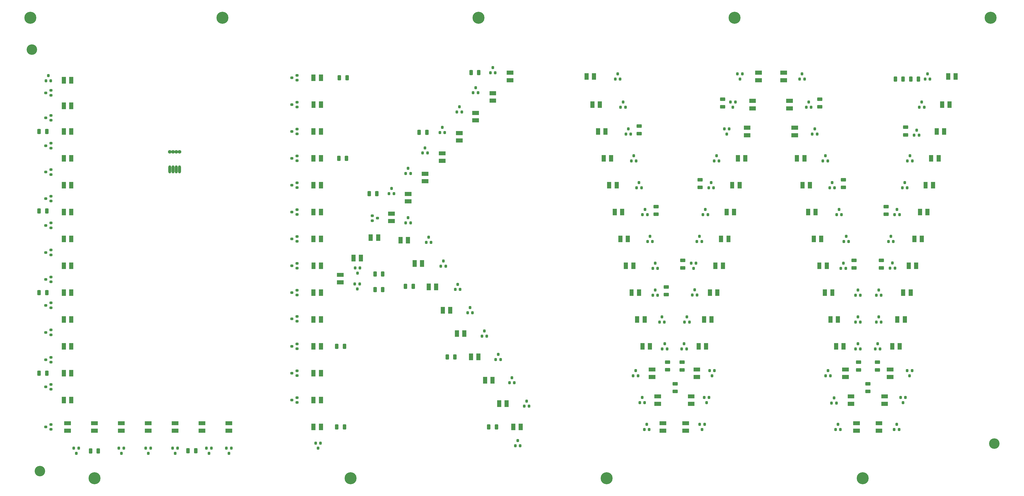
<source format=gts>
%FSTAX44Y44*%
%MOMM*%
%SFA1B1*%

%IPPOS*%
%AMD18*
4,1,8,-1.000760,0.459740,-1.000760,-0.459740,-0.784860,-0.675640,0.784860,-0.675640,1.000760,-0.459740,1.000760,0.459740,0.784860,0.675640,-0.784860,0.675640,-1.000760,0.459740,0.0*
1,1,0.430000,-0.784860,0.459740*
1,1,0.430000,-0.784860,-0.459740*
1,1,0.430000,0.784860,-0.459740*
1,1,0.430000,0.784860,0.459740*
%
%AMD19*
4,1,8,0.299720,0.551180,-0.299720,0.551180,-0.500380,0.350520,-0.500380,-0.350520,-0.299720,-0.551180,0.299720,-0.551180,0.500380,-0.350520,0.500380,0.350520,0.299720,0.551180,0.0*
1,1,0.403200,0.299720,0.350520*
1,1,0.403200,-0.299720,0.350520*
1,1,0.403200,-0.299720,-0.350520*
1,1,0.403200,0.299720,-0.350520*
%
%AMD20*
4,1,8,-0.551180,0.299720,-0.551180,-0.299720,-0.350520,-0.500380,0.350520,-0.500380,0.551180,-0.299720,0.551180,0.299720,0.350520,0.500380,-0.350520,0.500380,-0.551180,0.299720,0.0*
1,1,0.403200,-0.350520,0.299720*
1,1,0.403200,-0.350520,-0.299720*
1,1,0.403200,0.350520,-0.299720*
1,1,0.403200,0.350520,0.299720*
%
%AMD21*
4,1,8,0.459740,1.000760,-0.459740,1.000760,-0.675640,0.784860,-0.675640,-0.784860,-0.459740,-1.000760,0.459740,-1.000760,0.675640,-0.784860,0.675640,0.784860,0.459740,1.000760,0.0*
1,1,0.430000,0.459740,0.784860*
1,1,0.430000,-0.459740,0.784860*
1,1,0.430000,-0.459740,-0.784860*
1,1,0.430000,0.459740,-0.784860*
%
%ADD17C,4.099992*%
G04~CAMADD=18~8~0.0~0.0~531.5~787.4~84.6~0.0~15~0.0~0.0~0.0~0.0~0~0.0~0.0~0.0~0.0~0~0.0~0.0~0.0~90.0~788.0~532.0*
%ADD18D18*%
G04~CAMADD=19~8~0.0~0.0~395.0~434.3~79.4~0.0~15~0.0~0.0~0.0~0.0~0~0.0~0.0~0.0~0.0~0~0.0~0.0~0.0~0.0~395.0~434.3*
%ADD19D19*%
G04~CAMADD=20~8~0.0~0.0~395.0~434.3~79.4~0.0~15~0.0~0.0~0.0~0.0~0~0.0~0.0~0.0~0.0~0~0.0~0.0~0.0~90.0~434.0~394.0*
%ADD20D20*%
G04~CAMADD=21~8~0.0~0.0~531.5~787.4~84.6~0.0~15~0.0~0.0~0.0~0.0~0~0.0~0.0~0.0~0.0~0~0.0~0.0~0.0~0.0~531.5~787.4*
%ADD21D21*%
%ADD22O,1.113198X3.153194*%
%ADD23C,1.403197*%
%ADD24C,4.703191*%
%LNled_pd_lkw_wh_3000030_(4f00221l_7p00491a)-1*%
%LPD*%
G36*
X03004436Y0162677D02*
X02978436D01*
Y0164277*
X03004436*
Y0162677*
G37*
G36*
X02906565D02*
X02880564D01*
Y0164277*
X02906565*
Y0162677*
G37*
G36*
X01936043D02*
X01910043D01*
Y0164277*
X01936043*
Y0162677*
G37*
G36*
X03671064Y0160727D02*
X03655064D01*
Y0163327*
X03671064*
Y0160727*
G37*
G36*
X03642064D02*
X03626064D01*
Y0163327*
X03642064*
Y0160727*
G37*
G36*
X02258936D02*
X02242936D01*
Y0163327*
X02258936*
Y0160727*
G37*
G36*
X02229936D02*
X02213936D01*
Y0163327*
X02229936*
Y0160727*
G37*
G36*
X01192499Y01602271D02*
X01176499D01*
Y01628271*
X01192499*
Y01602271*
G37*
G36*
X01163499D02*
X01147499D01*
Y01628271*
X01163499*
Y01602271*
G37*
G36*
X03004436Y0159777D02*
X02978436D01*
Y0161377*
X03004436*
Y0159777*
G37*
G36*
X02906565D02*
X02880564D01*
Y0161377*
X02906565*
Y0159777*
G37*
G36*
X01936043D02*
X01910043D01*
Y0161377*
X01936043*
Y0159777*
G37*
G36*
X002175Y01592271D02*
X002015D01*
Y01618271*
X002175*
Y01592271*
G37*
G36*
X001885D02*
X001725D01*
Y01618271*
X001885*
Y01592271*
G37*
G36*
X01868797Y0154677D02*
X01842797D01*
Y0156277*
X01868797*
Y0154677*
G37*
G36*
Y0151777D02*
X01842797D01*
Y0153377*
X01868797*
Y0151777*
G37*
G36*
X03027306Y0151677D02*
X03001306D01*
Y0153277*
X03027306*
Y0151677*
G37*
G36*
X02883001D02*
X02857001D01*
Y0153277*
X02883001*
Y0151677*
G37*
G36*
X03647501Y0149727D02*
X036315D01*
Y0152327*
X03647501*
Y0149727*
G37*
G36*
X03618501D02*
X03602501D01*
Y0152327*
X03618501*
Y0149727*
G37*
G36*
X02281806D02*
X02265807D01*
Y0152327*
X02281806*
Y0149727*
G37*
G36*
X02252806D02*
X02236806D01*
Y0152327*
X02252806*
Y0149727*
G37*
G36*
X01192502D02*
X01176502D01*
Y0152327*
X01192502*
Y0149727*
G37*
G36*
X01163502D02*
X01147502D01*
Y0152327*
X01163502*
Y0149727*
G37*
G36*
X002175Y01492271D02*
X002015D01*
Y01518272*
X002175*
Y01492271*
G37*
G36*
X001885D02*
X001725D01*
Y01518272*
X001885*
Y01492271*
G37*
G36*
X03027306Y0148777D02*
X03001306D01*
Y0150377*
X03027306*
Y0148777*
G37*
G36*
X02883001D02*
X02857001D01*
Y0150377*
X02883001*
Y0148777*
G37*
G36*
X01801499Y01469999D02*
X01775499D01*
Y01485999*
X01801499*
Y01469999*
G37*
G36*
Y01440999D02*
X01775499D01*
Y01456999*
X01801499*
Y01440999*
G37*
G36*
X03048Y01411772D02*
X03021999D01*
Y01427772*
X03048*
Y01411772*
G37*
G36*
X02861863D02*
X02835863D01*
Y01427772*
X02861863*
Y01411772*
G37*
G36*
X0362636Y01392272D02*
X0361036D01*
Y01418272*
X0362636*
Y01392272*
G37*
G36*
X0359736D02*
X0358136D01*
Y01418272*
X0359736*
Y01392272*
G37*
G36*
X0230364D02*
X0228764D01*
Y01418272*
X0230364*
Y01392272*
G37*
G36*
X0227464D02*
X0225864D01*
Y01418272*
X0227464*
Y01392272*
G37*
G36*
X01192499D02*
X01176499D01*
Y01418272*
X01192499*
Y01392272*
G37*
G36*
X01163499D02*
X01147499D01*
Y01418272*
X01163499*
Y01392272*
G37*
G36*
X002175D02*
X002015D01*
Y01418272*
X002175*
Y01392272*
G37*
G36*
X001885D02*
X001725D01*
Y01418272*
X001885*
Y01392272*
G37*
G36*
X01737999Y01391167D02*
X01711999D01*
Y01407167*
X01737999*
Y01391167*
G37*
G36*
X03048Y01382772D02*
X03021999D01*
Y01398772*
X03048*
Y01382772*
G37*
G36*
X02861863D02*
X02835863D01*
Y01398772*
X02861863*
Y01382772*
G37*
G36*
X01737999Y01362167D02*
X01711999D01*
Y01378167*
X01737999*
Y01362167*
G37*
G36*
X01671261Y01311769D02*
X01645261D01*
Y01327769*
X01671261*
Y01311769*
G37*
G36*
X03604529Y01287272D02*
X03588529D01*
Y01313271*
X03604529*
Y01287272*
G37*
G36*
X03575529D02*
X03559529D01*
Y01313271*
X03575529*
Y01287272*
G37*
G36*
X03080471D02*
X03064471D01*
Y01313271*
X03080471*
Y01287272*
G37*
G36*
X03051471D02*
X03035471D01*
Y01313271*
X03051471*
Y01287272*
G37*
G36*
X02849529D02*
X02833529D01*
Y01313271*
X02849529*
Y01287272*
G37*
G36*
X02820529D02*
X02804529D01*
Y01313271*
X02820529*
Y01287272*
G37*
G36*
X02325471D02*
X02309471D01*
Y01313271*
X02325471*
Y01287272*
G37*
G36*
X02296471D02*
X02280471D01*
Y01313271*
X02296471*
Y01287272*
G37*
G36*
X01192499D02*
X01176499D01*
Y01313271*
X01192499*
Y01287272*
G37*
G36*
X01163499D02*
X01147499D01*
Y01313271*
X01163499*
Y01287272*
G37*
G36*
X002175D02*
X002015D01*
Y01313271*
X002175*
Y01287272*
G37*
G36*
X001885D02*
X001725D01*
Y01313271*
X001885*
Y01287272*
G37*
G36*
X01671261Y01282769D02*
X01645261D01*
Y01298769*
X01671261*
Y01282769*
G37*
G36*
X01604014Y0123177D02*
X01578014D01*
Y0124777*
X01604014*
Y0123177*
G37*
G36*
Y0120277D02*
X01578014D01*
Y0121877*
X01604014*
Y0120277*
G37*
G36*
X03582698Y0118227D02*
X03566698D01*
Y0120827*
X03582698*
Y0118227*
G37*
G36*
X03553698D02*
X03537698D01*
Y0120827*
X03553698*
Y0118227*
G37*
G36*
X03102302D02*
X03086302D01*
Y0120827*
X03102302*
Y0118227*
G37*
G36*
X03073302D02*
X03057302D01*
Y0120827*
X03073302*
Y0118227*
G37*
G36*
X028275D02*
X028115D01*
Y0120827*
X028275*
Y0118227*
G37*
G36*
X027985D02*
X027825D01*
Y0120827*
X027985*
Y0118227*
G37*
G36*
X02347303D02*
X02331303D01*
Y0120827*
X02347303*
Y0118227*
G37*
G36*
X02318303D02*
X02302303D01*
Y0120827*
X02318303*
Y0118227*
G37*
G36*
X01192499D02*
X01176499D01*
Y0120827*
X01192499*
Y0118227*
G37*
G36*
X01163499D02*
X01147499D01*
Y0120827*
X01163499*
Y0118227*
G37*
G36*
X002175D02*
X002015D01*
Y0120827*
X002175*
Y0118227*
G37*
G36*
X001885D02*
X001725D01*
Y0120827*
X001885*
Y0118227*
G37*
G36*
X01538Y01153235D02*
X01512D01*
Y01169235*
X01538*
Y01153235*
G37*
G36*
Y01124235D02*
X01512D01*
Y01140235*
X01538*
Y01124235*
G37*
G36*
X03560866Y01077271D02*
X03544866D01*
Y01103271*
X03560866*
Y01077271*
G37*
G36*
X03531866D02*
X03515866D01*
Y01103271*
X03531866*
Y01077271*
G37*
G36*
X03124134D02*
X03108133D01*
Y01103271*
X03124134*
Y01077271*
G37*
G36*
X03095134D02*
X03079134D01*
Y01103271*
X03095134*
Y01077271*
G37*
G36*
X02805867D02*
X02789867D01*
Y01103271*
X02805867*
Y01077271*
G37*
G36*
X02776867D02*
X02760867D01*
Y01103271*
X02776867*
Y01077271*
G37*
G36*
X02369134D02*
X02353134D01*
Y01103271*
X02369134*
Y01077271*
G37*
G36*
X02340134D02*
X02324134D01*
Y01103271*
X02340134*
Y01077271*
G37*
G36*
X01192499D02*
X01176499D01*
Y01103271*
X01192499*
Y01077271*
G37*
G36*
X01163499D02*
X01147499D01*
Y01103271*
X01163499*
Y01077271*
G37*
G36*
X002175D02*
X002015D01*
Y01103271*
X002175*
Y01077271*
G37*
G36*
X001885D02*
X001725D01*
Y01103271*
X001885*
Y01077271*
G37*
G36*
X01473001Y01075908D02*
X01447001D01*
Y01091907*
X01473001*
Y01075908*
G37*
G36*
Y01046907D02*
X01447001D01*
Y01062907*
X01473001*
Y01046907*
G37*
G36*
X01415979Y00977271D02*
X01399979D01*
Y01003271*
X01415979*
Y00977271*
G37*
G36*
X01386979D02*
X01370979D01*
Y01003271*
X01386979*
Y00977271*
G37*
G36*
X03539035Y0097227D02*
X03523035D01*
Y0099827*
X03539035*
Y0097227*
G37*
G36*
X03510035D02*
X03494035D01*
Y0099827*
X03510035*
Y0097227*
G37*
G36*
X03145965D02*
X03129965D01*
Y0099827*
X03145965*
Y0097227*
G37*
G36*
X03116965D02*
X03100965D01*
Y0099827*
X03116965*
Y0097227*
G37*
G36*
X02784035D02*
X02768035D01*
Y0099827*
X02784035*
Y0097227*
G37*
G36*
X02755035D02*
X02739035D01*
Y0099827*
X02755035*
Y0097227*
G37*
G36*
X02390965D02*
X02374965D01*
Y0099827*
X02390965*
Y0097227*
G37*
G36*
X02361965D02*
X02345965D01*
Y0099827*
X02361965*
Y0097227*
G37*
G36*
X01192499D02*
X01176499D01*
Y0099827*
X01192499*
Y0097227*
G37*
G36*
X01163499D02*
X01147499D01*
Y0099827*
X01163499*
Y0097227*
G37*
G36*
X002175D02*
X002015D01*
Y0099827*
X002175*
Y0097227*
G37*
G36*
X001885D02*
X001725D01*
Y0099827*
X001885*
Y0097227*
G37*
G36*
X01532501Y00967271D02*
X01516501D01*
Y00993271*
X01532501*
Y00967271*
G37*
G36*
X01503501D02*
X01487501D01*
Y00993271*
X01503501*
Y00967271*
G37*
G36*
X01348732Y00897271D02*
X01332732D01*
Y00923271*
X01348732*
Y00897271*
G37*
G36*
X01319732D02*
X01303732D01*
Y00923271*
X01319732*
Y00897271*
G37*
G36*
X015875Y00876022D02*
X015715D01*
Y00902022*
X015875*
Y00876022*
G37*
G36*
X015585D02*
X015425D01*
Y00902022*
X015585*
Y00876022*
G37*
G36*
X03517204Y00867271D02*
X03501204D01*
Y00893271*
X03517204*
Y00867271*
G37*
G36*
X03488204D02*
X03472204D01*
Y00893271*
X03488204*
Y00867271*
G37*
G36*
X03167796D02*
X03151796D01*
Y00893271*
X03167796*
Y00867271*
G37*
G36*
X03138796D02*
X03122796D01*
Y00893271*
X03138796*
Y00867271*
G37*
G36*
X02762204D02*
X02746204D01*
Y00893271*
X02762204*
Y00867271*
G37*
G36*
X02733204D02*
X02717204D01*
Y00893271*
X02733204*
Y00867271*
G37*
G36*
X02412502D02*
X02396502D01*
Y00893271*
X02412502*
Y00867271*
G37*
G36*
X02383502D02*
X02367502D01*
Y00893271*
X02383502*
Y00867271*
G37*
G36*
X01192502D02*
X01176502D01*
Y00893271*
X01192502*
Y00867271*
G37*
G36*
X01163502D02*
X01147502D01*
Y00893271*
X01163502*
Y00867271*
G37*
G36*
X002175D02*
X002015D01*
Y00893271*
X002175*
Y00867271*
G37*
G36*
X001885D02*
X001725D01*
Y00893271*
X001885*
Y00867271*
G37*
G36*
X01272999Y00836769D02*
X01246999D01*
Y00852769*
X01272999*
Y00836769*
G37*
G36*
Y00807769D02*
X01246999D01*
Y00823769*
X01272999*
Y00807769*
G37*
G36*
X01642501Y0078477D02*
X01626501D01*
Y0081077*
X01642501*
Y0078477*
G37*
G36*
X01613501D02*
X01597501D01*
Y0081077*
X01613501*
Y0078477*
G37*
G36*
X03495373Y0076227D02*
X03479372D01*
Y0078827*
X03495373*
Y0076227*
G37*
G36*
X03466372D02*
X03450373D01*
Y0078827*
X03466372*
Y0076227*
G37*
G36*
X0318963D02*
X0317363D01*
Y0078827*
X0318963*
Y0076227*
G37*
G36*
X0316063D02*
X0314463D01*
Y0078827*
X0316063*
Y0076227*
G37*
G36*
X02740373D02*
X02724373D01*
Y0078827*
X02740373*
Y0076227*
G37*
G36*
X02711373D02*
X02695373D01*
Y0078827*
X02711373*
Y0076227*
G37*
G36*
X02434628D02*
X02418628D01*
Y0078827*
X02434628*
Y0076227*
G37*
G36*
X02405628D02*
X02389628D01*
Y0078827*
X02405628*
Y0076227*
G37*
G36*
X01192499D02*
X01176499D01*
Y0078827*
X01192499*
Y0076227*
G37*
G36*
X01163499D02*
X01147499D01*
Y0078827*
X01163499*
Y0076227*
G37*
G36*
X002175D02*
X002015D01*
Y0078827*
X002175*
Y0076227*
G37*
G36*
X001885D02*
X001725D01*
Y0078827*
X001885*
Y0076227*
G37*
G36*
X01697499Y0069352D02*
X016815D01*
Y0071952*
X01697499*
Y0069352*
G37*
G36*
X016685D02*
X01652499D01*
Y0071952*
X016685*
Y0069352*
G37*
G36*
X034725Y00657269D02*
X034565D01*
Y00683269*
X034725*
Y00657269*
G37*
G36*
X034435D02*
X034275D01*
Y00683269*
X034435*
Y00657269*
G37*
G36*
X03211461D02*
X03195461D01*
Y00683269*
X03211461*
Y00657269*
G37*
G36*
X03182461D02*
X03166461D01*
Y00683269*
X03182461*
Y00657269*
G37*
G36*
X027175D02*
X027015D01*
Y00683269*
X027175*
Y00657269*
G37*
G36*
X026885D02*
X026725D01*
Y00683269*
X026885*
Y00657269*
G37*
G36*
X02456459D02*
X02440459D01*
Y00683269*
X02456459*
Y00657269*
G37*
G36*
X02427459D02*
X02411459D01*
Y00683269*
X02427459*
Y00657269*
G37*
G36*
X01192499D02*
X01176499D01*
Y00683269*
X01192499*
Y00657269*
G37*
G36*
X01163499D02*
X01147499D01*
Y00683269*
X01163499*
Y00657269*
G37*
G36*
X002175D02*
X002015D01*
Y00683269*
X002175*
Y00657269*
G37*
G36*
X001885D02*
X001725D01*
Y00683269*
X001885*
Y00657269*
G37*
G36*
X01752501Y00602271D02*
X01736501D01*
Y00628271*
X01752501*
Y00602271*
G37*
G36*
X01723501D02*
X01707501D01*
Y00628271*
X01723501*
Y00602271*
G37*
G36*
X034525Y00552271D02*
X034365D01*
Y00578271*
X034525*
Y00552271*
G37*
G36*
X034235D02*
X034075D01*
Y00578271*
X034235*
Y00552271*
G37*
G36*
X03233293D02*
X03217293D01*
Y00578271*
X03233293*
Y00552271*
G37*
G36*
X03204293D02*
X03188293D01*
Y00578271*
X03204293*
Y00552271*
G37*
G36*
X02696707D02*
X02680708D01*
Y00578271*
X02696707*
Y00552271*
G37*
G36*
X02667707D02*
X02651707D01*
Y00578271*
X02667707*
Y00552271*
G37*
G36*
X024775D02*
X024615D01*
Y00578271*
X024775*
Y00552271*
G37*
G36*
X024485D02*
X024325D01*
Y00578271*
X024485*
Y00552271*
G37*
G36*
X01192499D02*
X01176499D01*
Y00578271*
X01192499*
Y00552271*
G37*
G36*
X01163499D02*
X01147499D01*
Y00578271*
X01163499*
Y00552271*
G37*
G36*
X002175D02*
X002015D01*
Y00578271*
X002175*
Y00552271*
G37*
G36*
X001885D02*
X001725D01*
Y00578271*
X001885*
Y00552271*
G37*
G36*
X01807499Y00511021D02*
X01791499D01*
Y00537021*
X01807499*
Y00511021*
G37*
G36*
X01778499D02*
X01762499D01*
Y00537021*
X01778499*
Y00511021*
G37*
G36*
X03420376Y0046677D02*
X03394376D01*
Y0048277*
X03420376*
Y0046677*
G37*
G36*
X03245624D02*
X03219624D01*
Y0048277*
X03245624*
Y0046677*
G37*
G36*
X02665376D02*
X02639376D01*
Y0048277*
X02665376*
Y0046677*
G37*
G36*
X02490624D02*
X02464624D01*
Y0048277*
X02490624*
Y0046677*
G37*
G36*
X01192499Y0044727D02*
X01176499D01*
Y0047327*
X01192499*
Y0044727*
G37*
G36*
X01163499D02*
X01147499D01*
Y0047327*
X01163499*
Y0044727*
G37*
G36*
X002175D02*
X002015D01*
Y0047327*
X002175*
Y0044727*
G37*
G36*
X001885D02*
X001725D01*
Y0047327*
X001885*
Y0044727*
G37*
G36*
X03420376Y0043777D02*
X03394376D01*
Y00453771*
X03420376*
Y0043777*
G37*
G36*
X03245624D02*
X03219624D01*
Y00453771*
X03245624*
Y0043777*
G37*
G36*
X02665376D02*
X02639376D01*
Y00453771*
X02665376*
Y0043777*
G37*
G36*
X02490624D02*
X02464624D01*
Y00453771*
X02490624*
Y0043777*
G37*
G36*
X018625Y00419769D02*
X018465D01*
Y0044577*
X018625*
Y00419769*
G37*
G36*
X018335D02*
X018175D01*
Y0044577*
X018335*
Y00419769*
G37*
G36*
X03398545Y00361771D02*
X03372545D01*
Y00377771*
X03398545*
Y00361771*
G37*
G36*
X03267456D02*
X03241455D01*
Y00377771*
X03267456*
Y00361771*
G37*
G36*
X02643545D02*
X02617545D01*
Y00377771*
X02643545*
Y00361771*
G37*
G36*
X02512456D02*
X02486455D01*
Y00377771*
X02512456*
Y00361771*
G37*
G36*
X01192499Y00342271D02*
X01176499D01*
Y00368271*
X01192499*
Y00342271*
G37*
G36*
X01163499D02*
X01147499D01*
Y00368271*
X01163499*
Y00342271*
G37*
G36*
X002175D02*
X002015D01*
Y00368271*
X002175*
Y00342271*
G37*
G36*
X001885D02*
X001725D01*
Y00368271*
X001885*
Y00342271*
G37*
G36*
X03398545Y00332771D02*
X03372545D01*
Y00348771*
X03398545*
Y00332771*
G37*
G36*
X03267456D02*
X03241455D01*
Y00348771*
X03267456*
Y00332771*
G37*
G36*
X02643545D02*
X02617545D01*
Y00348771*
X02643545*
Y00332771*
G37*
G36*
X02512456D02*
X02486455D01*
Y00348771*
X02512456*
Y00332771*
G37*
G36*
X01917499Y0032852D02*
X01901499D01*
Y0035452*
X01917499*
Y0032852*
G37*
G36*
X01888499D02*
X01872499D01*
Y0035452*
X01888499*
Y0032852*
G37*
G36*
X03376713Y0025677D02*
X03350713D01*
Y0027277*
X03376713*
Y0025677*
G37*
G36*
X03289287D02*
X03263287D01*
Y0027277*
X03289287*
Y0025677*
G37*
G36*
X02621713D02*
X02595714D01*
Y0027277*
X02621713*
Y0025677*
G37*
G36*
X02533002D02*
X02507002D01*
Y0027277*
X02533002*
Y0025677*
G37*
G36*
X00838001D02*
X00812001D01*
Y0027277*
X00838001*
Y0025677*
G37*
G36*
X00733D02*
X00707D01*
Y0027277*
X00733*
Y0025677*
G37*
G36*
X00627999D02*
X00601999D01*
Y0027277*
X00627999*
Y0025677*
G37*
G36*
X00523001D02*
X00497D01*
Y0027277*
X00523001*
Y0025677*
G37*
G36*
X00417999D02*
X00392D01*
Y0027277*
X00417999*
Y0025677*
G37*
G36*
X00313001D02*
X00287001D01*
Y0027277*
X00313001*
Y0025677*
G37*
G36*
X00208D02*
X00182D01*
Y0027277*
X00208*
Y0025677*
G37*
G36*
X019725Y0023727D02*
X019565D01*
Y00263271*
X019725*
Y0023727*
G37*
G36*
X019435D02*
X019275D01*
Y00263271*
X019435*
Y0023727*
G37*
G36*
X01192499D02*
X01176499D01*
Y00263271*
X01192499*
Y0023727*
G37*
G36*
X01163499D02*
X01147499D01*
Y00263271*
X01163499*
Y0023727*
G37*
G36*
X03376713Y0022777D02*
X03350713D01*
Y0024377*
X03376713*
Y0022777*
G37*
G36*
X03289287D02*
X03263287D01*
Y0024377*
X03289287*
Y0022777*
G37*
G36*
X02621713D02*
X02595714D01*
Y0024377*
X02621713*
Y0022777*
G37*
G36*
X02533002D02*
X02507002D01*
Y0024377*
X02533002*
Y0022777*
G37*
G36*
X00838001D02*
X00812001D01*
Y0024377*
X00838001*
Y0022777*
G37*
G36*
X00733D02*
X00707D01*
Y0024377*
X00733*
Y0022777*
G37*
G36*
X00627999D02*
X00601999D01*
Y0024377*
X00627999*
Y0022777*
G37*
G36*
X00523001D02*
X00497D01*
Y0024377*
X00523001*
Y0022777*
G37*
G36*
X00417999D02*
X00392D01*
Y0024377*
X00417999*
Y0022777*
G37*
G36*
X00313001D02*
X00287001D01*
Y0024377*
X00313001*
Y0022777*
G37*
G36*
X00208D02*
X00182D01*
Y0024377*
X00208*
Y0022777*
G37*
G54D17*
X00055749Y01724999D03*
X03814499Y00184999D03*
X00087249Y00077999D03*
G54D18*
X03468113Y01421959D03*
Y01391958D03*
X03391499Y01111499D03*
Y01081499D03*
X03357598Y00503249D03*
Y00473249D03*
X03373337Y00901522D03*
Y00871522D03*
X03266502Y00901522D03*
Y00871522D03*
X03225121Y01216499D03*
Y01186499D03*
X03132193Y0153152D03*
Y01501521D03*
X02753145Y01501499D03*
Y01531499D03*
X02665249Y01216499D03*
Y01186499D03*
X02596999Y00871499D03*
Y00901499D03*
X03320551Y00389249D03*
Y00419249D03*
X03284249Y00503249D03*
Y00473249D03*
X02595249D03*
Y00503249D03*
X02567499Y00389249D03*
Y00419249D03*
X02538128Y0047352D03*
Y0050352D03*
X02532948Y00767499D03*
Y00797499D03*
X02493455Y01081521D03*
Y01111521D03*
X02427499Y01396499D03*
Y01426499D03*
G54D19*
X03224475Y00890272D03*
X03233975Y00870272D03*
X03214975D03*
X01724999Y01501742D03*
X01734499Y01481742D03*
X01715499D03*
X01327283Y00851553D03*
X01317783Y00871553D03*
X01336783D03*
X01326233Y00789519D03*
X01316733Y00809519D03*
X01335733D03*
X00119998Y01623499D03*
X00129498Y01603499D03*
X00110498D03*
X02613748Y00680249D03*
X02623248Y00660249D03*
X02604248D03*
X01524999Y01261031D03*
X01534499Y01241031D03*
X01515499D03*
X01920847Y00422769D03*
X01939847D03*
X01930347Y00442769D03*
X01757435Y0069652D03*
X01776435D03*
X01766935Y0071652D03*
X01595485Y00971756D03*
X01614485D03*
X01604985Y00991756D03*
X00756668Y00167499D03*
X00737669D03*
X00747168Y00147499D03*
X004145Y00167499D03*
X003955D03*
X00405Y00147499D03*
X01978376Y0033152D03*
X01997376D03*
X01987876Y0035152D03*
X01813135Y00605271D03*
X01832135D03*
X01822635Y00625271D03*
X01652906Y00879022D03*
X01671906D03*
X01662406Y00899022D03*
X01778998Y01556539D03*
X01797998D03*
X01788498Y01576539D03*
X01581513Y01321292D03*
X01600514D03*
X01591014Y01341292D03*
X01515499Y01048181D03*
X01534499D03*
X01524999Y01068181D03*
X00834502Y00167499D03*
X00815502D03*
X00825002Y00147499D03*
X00519501Y00167499D03*
X00500501D03*
X00510001Y00147499D03*
X01943768Y00176811D03*
X01962768D03*
X01953268Y00196811D03*
X01867047Y00514021D03*
X01886048D03*
X01876547Y00534021D03*
X01709248Y0078777D03*
X01728248D03*
X01718748Y0080777D03*
X01846296Y01635017D03*
X01865296D03*
X01855796Y01655017D03*
X0164876Y01401307D03*
X0166776D03*
X0165826Y01421307D03*
X01450498Y01162249D03*
X01469498D03*
X01459998Y01182249D03*
X01183Y00187249D03*
X01164D03*
X011735Y00167249D03*
X006245Y00167499D03*
X006055D03*
X00615Y00147499D03*
X002385Y00167499D03*
X002195D03*
X00229Y00147499D03*
X03521246Y0150027D03*
X03540246D03*
X03530746Y0152027D03*
X03454998Y01185249D03*
X03473998D03*
X03464498Y01205249D03*
X03406998Y00871249D03*
X03425998D03*
X03416498Y00891249D03*
X03349119Y00555271D03*
X03368119D03*
X0335862Y00575271D03*
X03423174Y0024027D03*
X03442175D03*
X03432674Y0026027D03*
X03155248Y00450249D03*
X03174248D03*
X03164748Y00470249D03*
X03272089Y00765271D03*
X03291088D03*
X03281588Y00785271D03*
X0319829Y01080271D03*
X03217291D03*
X0320779Y01100271D03*
X03103196Y01395272D03*
X03122196D03*
X03112696Y01415272D03*
X02830091Y0163027D03*
X02811092D03*
X02820591Y0161027D03*
X02719954Y01290271D03*
X02738953D03*
X02729454Y01310271D03*
X02652745Y0097527D03*
X02671745D03*
X02662245Y0099527D03*
X0270013Y00365271D03*
X0268113D03*
X0269063Y00345271D03*
X02429534D03*
X02448534D03*
X02439035Y00365271D03*
X02506748Y00660249D03*
X02525748D03*
X02516248Y00680249D03*
X02459901Y0097527D03*
X02478901D03*
X02469401Y0099527D03*
X02396678Y01290271D03*
X02415678D03*
X02406178Y01310271D03*
X02333693Y0161027D03*
X02352693D03*
X02343193Y0163027D03*
X03543808Y0161027D03*
X03562807D03*
X03553306Y0163027D03*
X03474954Y01290271D03*
X03493954D03*
X03484454Y01310271D03*
X03400806Y0097527D03*
X03419806D03*
X03410305Y0099527D03*
X03353292Y00660269D03*
X03372291D03*
X03362792Y00680269D03*
X03467239Y00365271D03*
X03448239D03*
X03457739Y00345271D03*
X03178498Y00343499D03*
X03197498D03*
X03187998Y00363499D03*
X03272089Y00660269D03*
X03291088D03*
X03281588Y00680269D03*
X03226203Y0097527D03*
X03245203D03*
X03235703Y0099527D03*
X03144633Y01290271D03*
X03163633D03*
X03154133Y01310271D03*
X03053855Y0161027D03*
X03072855D03*
X03063355Y0163027D03*
X0277895Y01415272D03*
X0275995D03*
X0276945Y01395272D03*
X02676248Y01080249D03*
X02695248D03*
X02685748Y01100249D03*
X02634658Y00766249D03*
X02653657D03*
X02644158Y00786249D03*
X02721176Y0047027D03*
X02702176D03*
X02711677Y0045027D03*
X02447412Y0024027D03*
X02466412D03*
X02456912Y0026027D03*
X02517248Y00555249D03*
X02536248D03*
X02526748Y00575249D03*
X02480362Y00870272D03*
X02499362D03*
X02489862Y00890272D03*
X02417179Y0118527D03*
X02436179D03*
X02426679Y0120527D03*
X02354784Y0150027D03*
X02373784D03*
X02364284Y0152027D03*
X03501068Y01390708D03*
X03520068D03*
X03510568Y01410708D03*
X03424686Y01080271D03*
X03443686D03*
X03434186Y01100271D03*
X03353292Y00765271D03*
X03372291D03*
X03362792Y00785271D03*
X03492928Y0047027D03*
X03473928D03*
X03483428Y0045027D03*
X03193954Y0024027D03*
X03212954D03*
X03203454Y0026027D03*
X03271998Y00555249D03*
X03290998D03*
X03281498Y00575249D03*
X03171452Y0118527D03*
X03190452D03*
X03180952Y0120527D03*
X03079777Y0150027D03*
X03098777D03*
X03089277Y0152027D03*
X0280275Y01520249D03*
X0278375D03*
X0279325Y01500249D03*
X02698686Y0118527D03*
X02717686D03*
X02708186Y0120527D03*
X02649206Y00890272D03*
X02630205D03*
X02639705Y00870272D03*
X02593248Y00555249D03*
X02612248D03*
X02602748Y00575249D03*
X02682524Y0026027D03*
X02663524D03*
X02673024Y0024027D03*
X02403931Y0045027D03*
X02422931D03*
X02413431Y0047027D03*
X02480362Y00765249D03*
X02499362D03*
X02489862Y00785249D03*
X02440354Y01080271D03*
X02459355D03*
X02449854Y01100271D03*
X02375285Y01395272D03*
X02394285D03*
X02384785Y01415272D03*
G54D20*
X01071018Y0035527D03*
X01091018Y0036477D03*
Y0034577D03*
X01385249Y01075749D03*
Y01056749D03*
X01405249Y01066249D03*
X01090811Y01395771D03*
Y01414771D03*
X01070811Y01405271D03*
X01090811Y0108077D03*
Y0109977D03*
X01070811Y0109027D03*
X01090811Y00870771D03*
Y00889771D03*
X01070811Y00880271D03*
X01090811Y00663295D03*
Y00682295D03*
X01070811Y00672795D03*
X00130328Y00397561D03*
Y00416561D03*
X00110328Y00407061D03*
X00130328Y0071624D03*
Y0073524D03*
X00110328Y0072574D03*
X00130328Y01028608D03*
Y01047608D03*
X00110328Y01038109D03*
X00130328Y01340211D03*
Y01359211D03*
X00110328Y01349711D03*
X01090811Y0150077D03*
Y0151977D03*
X01070811Y0151027D03*
X01090811Y01185769D03*
Y01204769D03*
X01070811Y01195269D03*
X01090811Y00975769D03*
Y00994769D03*
X01070811Y00985269D03*
X01090811Y0076577D03*
Y0078477D03*
X01070811Y0077527D03*
X01091018Y00450769D03*
Y00469769D03*
X01071018Y00460269D03*
X00130328Y00240769D03*
Y00259769D03*
X00110328Y00250269D03*
X00130328Y00610389D03*
Y00629389D03*
X00110328Y00619889D03*
X00130328Y00922759D03*
Y00941759D03*
X00110328Y00932259D03*
X00130328Y01236996D03*
Y01255996D03*
X00110328Y01246496D03*
X00130328Y01546694D03*
Y01565694D03*
X00110328Y01556194D03*
X01090811Y0160577D03*
Y01624771D03*
X01070811Y0161527D03*
X01090811Y0129077D03*
Y0130977D03*
X01070811Y0130027D03*
X01091018Y0055577D03*
Y0057477D03*
X01071018Y0056527D03*
X00130328Y00503342D03*
Y00522342D03*
X00110328Y00512842D03*
X00130328Y00817475D03*
Y00836476D03*
X00110328Y00826975D03*
X00130328Y01133326D03*
Y01152326D03*
X00110328Y01142826D03*
X00130328Y01449157D03*
Y01468157D03*
X00110328Y01458657D03*
G54D21*
X00315001Y00156486D03*
X00285001D03*
X00695665Y00157499D03*
X00665665D03*
X01869999Y00250249D03*
X01839999D03*
X01707823Y00524021D03*
X01677823D03*
X0154472Y00799519D03*
X0151472D03*
X01800749Y01635499D03*
X01770749D03*
X01597999Y01401499D03*
X01567999D03*
X01402749Y01161999D03*
X01372749D03*
X01256665Y01615271D03*
X01286665D03*
X01254261Y01300271D03*
X01284261D03*
X01395749Y00847792D03*
X01425749D03*
X01395749Y00786999D03*
X01425749D03*
X0124642Y00565271D03*
X0127642D03*
X01246419Y0025027D03*
X01276419D03*
X00113789Y0046027D03*
X00083789D03*
X00113789Y00775271D03*
X00083789D03*
X00113789Y01094719D03*
X00083789D03*
X00113785Y01405272D03*
X00083785D03*
X03517749Y0161027D03*
X03487749D03*
X03457894D03*
X03427894D03*
G54D22*
X00594349Y01257199D03*
X00607049D03*
X00632449D03*
X00619749D03*
G54D23*
X00594349Y01325499D03*
X00632449D03*
X00619749D03*
X00607049D03*
G54D24*
X03299999Y00049999D03*
X02299999D03*
X01299999D03*
X00299999D03*
X03799999Y01849999D03*
X02799999D03*
X01799999D03*
X00799999D03*
X00049999D03*
M02*
</source>
